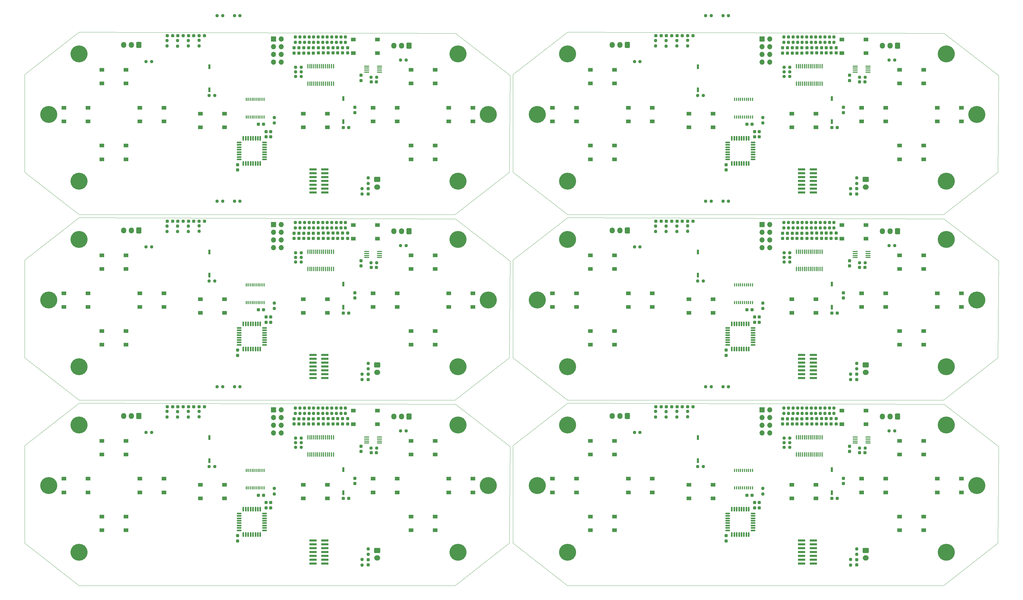
<source format=gbr>
%TF.GenerationSoftware,KiCad,Pcbnew,7.0.6-7.0.6~ubuntu20.04.1*%
%TF.CreationDate,2023-07-11T09:09:46+02:00*%
%TF.ProjectId,output_panel2023-07-11_070926.4017960000,6f757470-7574-45f7-9061-6e656c323032,rev?*%
%TF.SameCoordinates,Original*%
%TF.FileFunction,Soldermask,Top*%
%TF.FilePolarity,Negative*%
%FSLAX45Y45*%
G04 Gerber Fmt 4.5, Leading zero omitted, Abs format (unit mm)*
G04 Created by KiCad (PCBNEW 7.0.6-7.0.6~ubuntu20.04.1) date 2023-07-11 09:09:46*
%MOMM*%
%LPD*%
G01*
G04 APERTURE LIST*
G04 Aperture macros list*
%AMRoundRect*
0 Rectangle with rounded corners*
0 $1 Rounding radius*
0 $2 $3 $4 $5 $6 $7 $8 $9 X,Y pos of 4 corners*
0 Add a 4 corners polygon primitive as box body*
4,1,4,$2,$3,$4,$5,$6,$7,$8,$9,$2,$3,0*
0 Add four circle primitives for the rounded corners*
1,1,$1+$1,$2,$3*
1,1,$1+$1,$4,$5*
1,1,$1+$1,$6,$7*
1,1,$1+$1,$8,$9*
0 Add four rect primitives between the rounded corners*
20,1,$1+$1,$2,$3,$4,$5,0*
20,1,$1+$1,$4,$5,$6,$7,0*
20,1,$1+$1,$6,$7,$8,$9,0*
20,1,$1+$1,$8,$9,$2,$3,0*%
G04 Aperture macros list end*
%TA.AperFunction,Profile*%
%ADD10C,0.100000*%
%TD*%
%ADD11R,0.400000X1.000000*%
%ADD12RoundRect,0.237500X0.237500X-0.250000X0.237500X0.250000X-0.237500X0.250000X-0.237500X-0.250000X0*%
%ADD13RoundRect,0.237500X0.237500X-0.300000X0.237500X0.300000X-0.237500X0.300000X-0.237500X-0.300000X0*%
%ADD14R,1.550000X1.300000*%
%ADD15C,5.600000*%
%ADD16RoundRect,0.237500X-0.250000X-0.237500X0.250000X-0.237500X0.250000X0.237500X-0.250000X0.237500X0*%
%ADD17RoundRect,0.237500X0.250000X0.237500X-0.250000X0.237500X-0.250000X-0.237500X0.250000X-0.237500X0*%
%ADD18R,0.760000X1.600000*%
%ADD19RoundRect,0.237500X-0.237500X0.287500X-0.237500X-0.287500X0.237500X-0.287500X0.237500X0.287500X0*%
%ADD20RoundRect,0.250000X0.600000X0.725000X-0.600000X0.725000X-0.600000X-0.725000X0.600000X-0.725000X0*%
%ADD21O,1.700000X1.950000*%
%ADD22RoundRect,0.237500X-0.287500X-0.237500X0.287500X-0.237500X0.287500X0.237500X-0.287500X0.237500X0*%
%ADD23RoundRect,0.237500X-0.237500X0.300000X-0.237500X-0.300000X0.237500X-0.300000X0.237500X0.300000X0*%
%ADD24RoundRect,0.237500X-0.237500X0.250000X-0.237500X-0.250000X0.237500X-0.250000X0.237500X0.250000X0*%
%ADD25R,1.700000X1.700000*%
%ADD26O,1.700000X1.700000*%
%ADD27RoundRect,0.100000X0.100000X-0.637500X0.100000X0.637500X-0.100000X0.637500X-0.100000X-0.637500X0*%
%ADD28RoundRect,0.237500X0.300000X0.237500X-0.300000X0.237500X-0.300000X-0.237500X0.300000X-0.237500X0*%
%ADD29RoundRect,0.237500X-0.300000X-0.237500X0.300000X-0.237500X0.300000X0.237500X-0.300000X0.237500X0*%
%ADD30RoundRect,0.125000X0.125000X-0.625000X0.125000X0.625000X-0.125000X0.625000X-0.125000X-0.625000X0*%
%ADD31RoundRect,0.125000X0.625000X-0.125000X0.625000X0.125000X-0.625000X0.125000X-0.625000X-0.125000X0*%
%ADD32RoundRect,0.100000X-0.712500X-0.100000X0.712500X-0.100000X0.712500X0.100000X-0.712500X0.100000X0*%
%ADD33R,2.400000X0.740000*%
%ADD34RoundRect,0.250000X-0.750000X0.600000X-0.750000X-0.600000X0.750000X-0.600000X0.750000X0.600000X0*%
%ADD35O,2.000000X1.700000*%
G04 APERTURE END LIST*
D10*
X30389999Y-6209999D02*
X32189999Y-7599999D01*
X1850000Y-12289999D02*
X14270000Y-12329999D01*
X16050000Y-4670000D02*
X14250000Y-6070000D01*
X14250000Y-12189999D02*
X1850000Y-12189999D01*
X17969999Y-6169999D02*
X30389999Y-6209999D01*
X32189999Y-7599999D02*
X32169999Y-10789999D01*
X16169999Y-1450000D02*
X17969999Y-50000D01*
X17969999Y-18309999D02*
X16169999Y-16909999D01*
X1850000Y-12189999D02*
X50000Y-10789999D01*
X50000Y-16909999D02*
X50000Y-13689999D01*
X14270000Y-6209999D02*
X16070000Y-7599999D01*
X1850000Y-50000D02*
X14270000Y-90000D01*
X32189999Y-13719999D02*
X32169999Y-16909999D01*
X32169999Y-10789999D02*
X30369999Y-12189999D01*
X50000Y-1450000D02*
X1850000Y-50000D01*
X32169999Y-16909999D02*
X30369999Y-18309999D01*
X16169999Y-10789999D02*
X16169999Y-7569999D01*
X16070000Y-7599999D02*
X16050000Y-10789999D01*
X32169999Y-4670000D02*
X30369999Y-6070000D01*
X17969999Y-12289999D02*
X30389999Y-12329999D01*
X50000Y-7569999D02*
X1850000Y-6169999D01*
X16070000Y-13719999D02*
X16050000Y-16909999D01*
X30369999Y-18309999D02*
X17969999Y-18309999D01*
X14270000Y-90000D02*
X16070000Y-1480000D01*
X50000Y-10789999D02*
X50000Y-7569999D01*
X30369999Y-12189999D02*
X17969999Y-12189999D01*
X17969999Y-6070000D02*
X16169999Y-4670000D01*
X16050000Y-16909999D02*
X14250000Y-18309999D01*
X50000Y-4670000D02*
X50000Y-1450000D01*
X30389999Y-12329999D02*
X32189999Y-13719999D01*
X1850000Y-6169999D02*
X14270000Y-6209999D01*
X16050000Y-10789999D02*
X14250000Y-12189999D01*
X50000Y-13689999D02*
X1850000Y-12289999D01*
X14270000Y-12329999D02*
X16070000Y-13719999D01*
X30369999Y-6070000D02*
X17969999Y-6070000D01*
X1850000Y-6070000D02*
X50000Y-4670000D01*
X30389999Y-90000D02*
X32189999Y-1480000D01*
X32189999Y-1480000D02*
X32169999Y-4670000D01*
X1850000Y-18309999D02*
X50000Y-16909999D01*
X16169999Y-16909999D02*
X16169999Y-13689999D01*
X14250000Y-18309999D02*
X1850000Y-18309999D01*
X16169999Y-7569999D02*
X17969999Y-6169999D01*
X17969999Y-12189999D02*
X16169999Y-10789999D01*
X17969999Y-50000D02*
X30389999Y-90000D01*
X16169999Y-13689999D02*
X17969999Y-12289999D01*
X16070000Y-1480000D02*
X16050000Y-4670000D01*
X16169999Y-4670000D02*
X16169999Y-1450000D01*
X14250000Y-6070000D02*
X1850000Y-6070000D01*
D11*
X23484999Y-15089999D03*
X23549999Y-15089999D03*
X23614999Y-15089999D03*
X23679999Y-15089999D03*
X23744999Y-15089999D03*
X23809999Y-15089999D03*
X23874999Y-15089999D03*
X23939999Y-15089999D03*
X24004999Y-15089999D03*
X24069999Y-15089999D03*
X24069999Y-14509999D03*
X24004999Y-14509999D03*
X23939999Y-14509999D03*
X23874999Y-14509999D03*
X23809999Y-14509999D03*
X23744999Y-14509999D03*
X23679999Y-14509999D03*
X23614999Y-14509999D03*
X23549999Y-14509999D03*
X23484999Y-14509999D03*
D12*
X10040000Y-12632499D03*
X10040000Y-12449999D03*
D13*
X23200199Y-16835649D03*
X23200199Y-16663149D03*
D14*
X14052500Y-14784999D03*
X14847500Y-14784999D03*
X14052500Y-15234999D03*
X14847500Y-15234999D03*
D15*
X1850000Y-4970000D03*
D16*
X20178749Y-7139999D03*
X20361249Y-7139999D03*
D17*
X9178050Y-1359800D03*
X8995550Y-1359800D03*
D18*
X26686999Y-15247999D03*
X26686999Y-14485999D03*
D16*
X27604749Y-1537600D03*
X27787249Y-1537600D03*
X11484750Y-1537600D03*
X11667250Y-1537600D03*
D19*
X9262500Y-565000D03*
X9262500Y-740000D03*
D12*
X25259999Y-12632499D03*
X25259999Y-12449999D03*
D20*
X28860399Y-12736199D03*
D21*
X28610399Y-12736199D03*
X28360399Y-12736199D03*
D15*
X17969999Y-17209999D03*
D14*
X28922499Y-3795000D03*
X29717499Y-3795000D03*
X28922499Y-4245000D03*
X29717499Y-4245000D03*
D12*
X9290000Y-6512499D03*
X9290000Y-6329999D03*
D19*
X9422500Y-12804999D03*
X9422500Y-12979999D03*
D22*
X5112500Y-170000D03*
X5287500Y-170000D03*
D15*
X14350000Y-17209999D03*
D14*
X18722499Y-9914999D03*
X19517499Y-9914999D03*
X18722499Y-10364999D03*
X19517499Y-10364999D03*
D23*
X24139999Y-3330950D03*
X24139999Y-3503450D03*
D16*
X6407500Y-11749999D03*
X6590000Y-11749999D03*
D14*
X17472499Y-2545000D03*
X18267499Y-2545000D03*
X17472499Y-2995000D03*
X18267499Y-2995000D03*
D15*
X15350000Y-15009999D03*
D19*
X10547500Y-12802499D03*
X10547500Y-12977499D03*
D15*
X14350000Y-4970000D03*
D16*
X22263749Y-8259999D03*
X22446249Y-8259999D03*
D20*
X28860399Y-6616199D03*
D21*
X28610399Y-6616199D03*
X28360399Y-6616199D03*
D24*
X4752500Y-12566249D03*
X4752500Y-12748749D03*
D18*
X22269999Y-1951000D03*
X22269999Y-1189000D03*
D12*
X26309999Y-6512499D03*
X26309999Y-6329999D03*
D15*
X1850000Y-17209999D03*
D19*
X10710000Y-12802499D03*
X10710000Y-12977499D03*
D15*
X30469999Y-6889999D03*
D22*
X4762500Y-6289999D03*
X4937500Y-6289999D03*
D12*
X9740000Y-6512499D03*
X9740000Y-6329999D03*
D19*
X25864999Y-563750D03*
X25864999Y-738750D03*
D22*
X21232499Y-170000D03*
X21407499Y-170000D03*
D15*
X30469999Y-17209999D03*
D14*
X5852500Y-14984999D03*
X6647500Y-14984999D03*
X5852500Y-15434999D03*
X6647500Y-15434999D03*
D22*
X21232499Y-6289999D03*
X21407499Y-6289999D03*
D14*
X10902500Y-295000D03*
X11697500Y-295000D03*
X10902500Y-745000D03*
X11697500Y-745000D03*
D16*
X25115549Y-13752199D03*
X25298049Y-13752199D03*
D24*
X11390000Y-10978749D03*
X11390000Y-11161249D03*
D15*
X17969999Y-11089999D03*
D19*
X9745000Y-12803749D03*
X9745000Y-12978749D03*
D15*
X14350000Y-11089999D03*
D14*
X2602500Y-1295000D03*
X3397500Y-1295000D03*
X2602500Y-1745000D03*
X3397500Y-1745000D03*
D12*
X25709999Y-392500D03*
X25709999Y-210000D03*
X9890000Y-6512499D03*
X9890000Y-6329999D03*
D25*
X8270000Y-6395999D03*
D26*
X8524000Y-6395999D03*
X8270000Y-6649999D03*
X8524000Y-6649999D03*
X8270000Y-6903999D03*
X8524000Y-6903999D03*
X8270000Y-7157999D03*
X8524000Y-7157999D03*
D12*
X10190000Y-6512499D03*
X10190000Y-6329999D03*
X9590000Y-392500D03*
X9590000Y-210000D03*
D15*
X15350000Y-8889999D03*
D12*
X10490000Y-6512499D03*
X10490000Y-6329999D03*
D23*
X24292399Y-9450949D03*
X24292399Y-9623449D03*
D16*
X11484750Y-7657599D03*
X11667250Y-7657599D03*
D27*
X9400900Y-13987649D03*
X9465900Y-13987649D03*
X9530900Y-13987649D03*
X9595900Y-13987649D03*
X9660900Y-13987649D03*
X9725900Y-13987649D03*
X9790900Y-13987649D03*
X9855900Y-13987649D03*
X9920900Y-13987649D03*
X9985900Y-13987649D03*
X10050900Y-13987649D03*
X10115900Y-13987649D03*
X10180900Y-13987649D03*
X10245900Y-13987649D03*
X10245900Y-13415149D03*
X10180900Y-13415149D03*
X10115900Y-13415149D03*
X10050900Y-13415149D03*
X9985900Y-13415149D03*
X9920900Y-13415149D03*
X9855900Y-13415149D03*
X9790900Y-13415149D03*
X9725900Y-13415149D03*
X9660900Y-13415149D03*
X9595900Y-13415149D03*
X9530900Y-13415149D03*
X9465900Y-13415149D03*
X9400900Y-13415149D03*
D15*
X16969999Y-8889999D03*
D19*
X10227500Y-562500D03*
X10227500Y-737500D03*
D23*
X11390000Y-5217500D03*
X11390000Y-5390000D03*
D12*
X9740000Y-392500D03*
X9740000Y-210000D03*
D23*
X10949500Y-14771999D03*
X10949500Y-14944499D03*
D16*
X6143750Y-2140000D03*
X6326250Y-2140000D03*
D14*
X30172499Y-8664999D03*
X30967499Y-8664999D03*
X30172499Y-9114999D03*
X30967499Y-9114999D03*
D25*
X24389999Y-12515999D03*
D26*
X24643999Y-12515999D03*
X24389999Y-12769999D03*
X24643999Y-12769999D03*
X24389999Y-13023999D03*
X24643999Y-13023999D03*
X24389999Y-13277999D03*
X24643999Y-13277999D03*
D15*
X14350000Y-13009999D03*
D22*
X5462500Y-6289999D03*
X5637500Y-6289999D03*
D24*
X21222499Y-328750D03*
X21222499Y-511250D03*
D20*
X19944999Y-12712499D03*
D21*
X19694999Y-12712499D03*
X19444999Y-12712499D03*
D23*
X24292399Y-15570949D03*
X24292399Y-15743449D03*
D12*
X9590000Y-12632499D03*
X9590000Y-12449999D03*
D15*
X14350000Y-770000D03*
D28*
X24056249Y-3090000D03*
X23883749Y-3090000D03*
D25*
X24389999Y-6395999D03*
D26*
X24643999Y-6395999D03*
X24389999Y-6649999D03*
X24643999Y-6649999D03*
X24389999Y-6903999D03*
X24643999Y-6903999D03*
X24389999Y-7157999D03*
X24643999Y-7157999D03*
D23*
X8020000Y-3330950D03*
X8020000Y-3503450D03*
D24*
X5102500Y-328750D03*
X5102500Y-511250D03*
D14*
X5852500Y-2745000D03*
X6647500Y-2745000D03*
X5852500Y-3195000D03*
X6647500Y-3195000D03*
D23*
X8020000Y-9450949D03*
X8020000Y-9623449D03*
D19*
X9582500Y-565000D03*
X9582500Y-740000D03*
X9102500Y-565000D03*
X9102500Y-740000D03*
D14*
X11552500Y-8664999D03*
X12347500Y-8664999D03*
X11552500Y-9114999D03*
X12347500Y-9114999D03*
D19*
X25542499Y-6684999D03*
X25542499Y-6859999D03*
D12*
X25259999Y-392500D03*
X25259999Y-210000D03*
D19*
X25222499Y-565000D03*
X25222499Y-740000D03*
D15*
X850000Y-2770000D03*
D18*
X6150000Y-14190999D03*
X6150000Y-13428999D03*
D14*
X2602500Y-7414999D03*
X3397500Y-7414999D03*
X2602500Y-7864999D03*
X3397500Y-7864999D03*
D16*
X25115549Y-1512200D03*
X25298049Y-1512200D03*
D19*
X26667499Y-12802499D03*
X26667499Y-12977499D03*
D12*
X26609999Y-392500D03*
X26609999Y-210000D03*
D24*
X21574999Y-12566249D03*
X21574999Y-12748749D03*
D19*
X25062499Y-565000D03*
X25062499Y-740000D03*
D16*
X20178749Y-1020000D03*
X20361249Y-1020000D03*
D19*
X10547500Y-6682499D03*
X10547500Y-6857499D03*
D12*
X26759999Y-12632499D03*
X26759999Y-12449999D03*
D19*
X9422500Y-6684999D03*
X9422500Y-6859999D03*
D14*
X19972499Y-8664999D03*
X20767499Y-8664999D03*
X19972499Y-9114999D03*
X20767499Y-9114999D03*
D24*
X11190000Y-11332499D03*
X11190000Y-11514999D03*
D23*
X27509999Y-17457499D03*
X27509999Y-17629999D03*
D19*
X25382499Y-565000D03*
X25382499Y-740000D03*
D27*
X9400900Y-7867649D03*
X9465900Y-7867649D03*
X9530900Y-7867649D03*
X9595900Y-7867649D03*
X9660900Y-7867649D03*
X9725900Y-7867649D03*
X9790900Y-7867649D03*
X9855900Y-7867649D03*
X9920900Y-7867649D03*
X9985900Y-7867649D03*
X10050900Y-7867649D03*
X10115900Y-7867649D03*
X10180900Y-7867649D03*
X10245900Y-7867649D03*
X10245900Y-7295149D03*
X10180900Y-7295149D03*
X10115900Y-7295149D03*
X10050900Y-7295149D03*
X9985900Y-7295149D03*
X9920900Y-7295149D03*
X9855900Y-7295149D03*
X9790900Y-7295149D03*
X9725900Y-7295149D03*
X9660900Y-7295149D03*
X9595900Y-7295149D03*
X9530900Y-7295149D03*
X9465900Y-7295149D03*
X9400900Y-7295149D03*
D22*
X27608499Y-13929999D03*
X27783499Y-13929999D03*
D15*
X30469999Y-770000D03*
D16*
X6978750Y-11749999D03*
X7161250Y-11749999D03*
D19*
X26829999Y-12802499D03*
X26829999Y-12977499D03*
D24*
X5810000Y-6441249D03*
X5810000Y-6623749D03*
D15*
X31469999Y-8889999D03*
D29*
X10573250Y-15436999D03*
X10745750Y-15436999D03*
D12*
X25259999Y-6512499D03*
X25259999Y-6329999D03*
X26159999Y-392500D03*
X26159999Y-210000D03*
D19*
X10387500Y-6682499D03*
X10387500Y-6857499D03*
D11*
X23484999Y-8969999D03*
X23549999Y-8969999D03*
X23614999Y-8969999D03*
X23679999Y-8969999D03*
X23744999Y-8969999D03*
X23809999Y-8969999D03*
X23874999Y-8969999D03*
X23939999Y-8969999D03*
X24004999Y-8969999D03*
X24069999Y-8969999D03*
X24069999Y-8389999D03*
X24004999Y-8389999D03*
X23939999Y-8389999D03*
X23874999Y-8389999D03*
X23809999Y-8389999D03*
X23744999Y-8389999D03*
X23679999Y-8389999D03*
X23614999Y-8389999D03*
X23549999Y-8389999D03*
X23484999Y-8389999D03*
D12*
X25859999Y-12632499D03*
X25859999Y-12449999D03*
D19*
X8942500Y-12804999D03*
X8942500Y-12979999D03*
D24*
X5455000Y-6446249D03*
X5455000Y-6628749D03*
D18*
X10567000Y-9127999D03*
X10567000Y-8365999D03*
D30*
X7270000Y-16627499D03*
X7350000Y-16627499D03*
X7430000Y-16627499D03*
X7510000Y-16627499D03*
X7590000Y-16627499D03*
X7670000Y-16627499D03*
X7750000Y-16627499D03*
X7830000Y-16627499D03*
D31*
X7967500Y-16489999D03*
X7967500Y-16409999D03*
X7967500Y-16329999D03*
X7967500Y-16249999D03*
X7967500Y-16169999D03*
X7967500Y-16089999D03*
X7967500Y-16009999D03*
X7967500Y-15929999D03*
D30*
X7830000Y-15792499D03*
X7750000Y-15792499D03*
X7670000Y-15792499D03*
X7590000Y-15792499D03*
X7510000Y-15792499D03*
X7430000Y-15792499D03*
X7350000Y-15792499D03*
X7270000Y-15792499D03*
D31*
X7132500Y-15929999D03*
X7132500Y-16009999D03*
X7132500Y-16089999D03*
X7132500Y-16169999D03*
X7132500Y-16249999D03*
X7132500Y-16329999D03*
X7132500Y-16409999D03*
X7132500Y-16489999D03*
D12*
X9890000Y-12632499D03*
X9890000Y-12449999D03*
D24*
X27309999Y-17452499D03*
X27309999Y-17634999D03*
D23*
X27274999Y-1473750D03*
X27274999Y-1646250D03*
D19*
X9262500Y-12804999D03*
X9262500Y-12979999D03*
D12*
X25409999Y-392500D03*
X25409999Y-210000D03*
X26009999Y-392500D03*
X26009999Y-210000D03*
D15*
X31469999Y-15009999D03*
D19*
X26347499Y-12802499D03*
X26347499Y-12977499D03*
D28*
X7936250Y-9209999D03*
X7763750Y-9209999D03*
D14*
X27022499Y-6414999D03*
X27817499Y-6414999D03*
X27022499Y-6864999D03*
X27817499Y-6864999D03*
X27672499Y-14784999D03*
X28467499Y-14784999D03*
X27672499Y-15234999D03*
X28467499Y-15234999D03*
D16*
X6143750Y-14379999D03*
X6326250Y-14379999D03*
D12*
X26459999Y-392500D03*
X26459999Y-210000D03*
X10040000Y-6512499D03*
X10040000Y-6329999D03*
D27*
X25520899Y-7867649D03*
X25585899Y-7867649D03*
X25650899Y-7867649D03*
X25715899Y-7867649D03*
X25780899Y-7867649D03*
X25845899Y-7867649D03*
X25910899Y-7867649D03*
X25975899Y-7867649D03*
X26040899Y-7867649D03*
X26105899Y-7867649D03*
X26170899Y-7867649D03*
X26235899Y-7867649D03*
X26300899Y-7867649D03*
X26365899Y-7867649D03*
X26365899Y-7295149D03*
X26300899Y-7295149D03*
X26235899Y-7295149D03*
X26170899Y-7295149D03*
X26105899Y-7295149D03*
X26040899Y-7295149D03*
X25975899Y-7295149D03*
X25910899Y-7295149D03*
X25845899Y-7295149D03*
X25780899Y-7295149D03*
X25715899Y-7295149D03*
X25650899Y-7295149D03*
X25585899Y-7295149D03*
X25520899Y-7295149D03*
D19*
X25222499Y-12804999D03*
X25222499Y-12979999D03*
D29*
X10573250Y-3197000D03*
X10745750Y-3197000D03*
D14*
X3852500Y-14784999D03*
X4647500Y-14784999D03*
X3852500Y-15234999D03*
X4647500Y-15234999D03*
D19*
X25864999Y-12803749D03*
X25864999Y-12978749D03*
D12*
X25109999Y-12632499D03*
X25109999Y-12449999D03*
D13*
X7080200Y-10715649D03*
X7080200Y-10543149D03*
D22*
X21932499Y-170000D03*
X22107499Y-170000D03*
D30*
X23389999Y-4387500D03*
X23469999Y-4387500D03*
X23549999Y-4387500D03*
X23629999Y-4387500D03*
X23709999Y-4387500D03*
X23789999Y-4387500D03*
X23869999Y-4387500D03*
X23949999Y-4387500D03*
D31*
X24087499Y-4250000D03*
X24087499Y-4170000D03*
X24087499Y-4090000D03*
X24087499Y-4010000D03*
X24087499Y-3930000D03*
X24087499Y-3850000D03*
X24087499Y-3770000D03*
X24087499Y-3690000D03*
D30*
X23949999Y-3552500D03*
X23869999Y-3552500D03*
X23789999Y-3552500D03*
X23709999Y-3552500D03*
X23629999Y-3552500D03*
X23549999Y-3552500D03*
X23469999Y-3552500D03*
X23389999Y-3552500D03*
D31*
X23252499Y-3690000D03*
X23252499Y-3770000D03*
X23252499Y-3850000D03*
X23252499Y-3930000D03*
X23252499Y-4010000D03*
X23252499Y-4090000D03*
X23252499Y-4170000D03*
X23252499Y-4250000D03*
D11*
X7365000Y-2850000D03*
X7430000Y-2850000D03*
X7495000Y-2850000D03*
X7560000Y-2850000D03*
X7625000Y-2850000D03*
X7690000Y-2850000D03*
X7755000Y-2850000D03*
X7820000Y-2850000D03*
X7885000Y-2850000D03*
X7950000Y-2850000D03*
X7950000Y-2270000D03*
X7885000Y-2270000D03*
X7820000Y-2270000D03*
X7755000Y-2270000D03*
X7690000Y-2270000D03*
X7625000Y-2270000D03*
X7560000Y-2270000D03*
X7495000Y-2270000D03*
X7430000Y-2270000D03*
X7365000Y-2270000D03*
D12*
X25559999Y-392500D03*
X25559999Y-210000D03*
D19*
X25062499Y-6684999D03*
X25062499Y-6859999D03*
D12*
X24409999Y-15289999D03*
X24409999Y-15107499D03*
D19*
X25702499Y-12804999D03*
X25702499Y-12979999D03*
D17*
X25298049Y-13447399D03*
X25115549Y-13447399D03*
D24*
X21222499Y-12568749D03*
X21222499Y-12751249D03*
D23*
X27509999Y-5217500D03*
X27509999Y-5390000D03*
D22*
X11488500Y-13929999D03*
X11663500Y-13929999D03*
D24*
X20872499Y-12566249D03*
X20872499Y-12748749D03*
D23*
X11390000Y-17457499D03*
X11390000Y-17629999D03*
D14*
X27022499Y-12534999D03*
X27817499Y-12534999D03*
X27022499Y-12984999D03*
X27817499Y-12984999D03*
D15*
X30469999Y-4970000D03*
D19*
X9422500Y-565000D03*
X9422500Y-740000D03*
D23*
X24139999Y-9450949D03*
X24139999Y-9623449D03*
D12*
X9890000Y-392500D03*
X9890000Y-210000D03*
X25859999Y-6512499D03*
X25859999Y-6329999D03*
D14*
X2602500Y-16034999D03*
X3397500Y-16034999D03*
X2602500Y-16484999D03*
X3397500Y-16484999D03*
D32*
X27458749Y-1172500D03*
X27458749Y-1237500D03*
X27458749Y-1302500D03*
X27458749Y-1367500D03*
X27881249Y-1367500D03*
X27881249Y-1302500D03*
X27881249Y-1237500D03*
X27881249Y-1172500D03*
D12*
X10640000Y-392500D03*
X10640000Y-210000D03*
D16*
X27604749Y-7657599D03*
X27787249Y-7657599D03*
D23*
X8172400Y-3330950D03*
X8172400Y-3503450D03*
D16*
X23098749Y-5629999D03*
X23281249Y-5629999D03*
D12*
X10640000Y-12632499D03*
X10640000Y-12449999D03*
D27*
X25520899Y-1747650D03*
X25585899Y-1747650D03*
X25650899Y-1747650D03*
X25715899Y-1747650D03*
X25780899Y-1747650D03*
X25845899Y-1747650D03*
X25910899Y-1747650D03*
X25975899Y-1747650D03*
X26040899Y-1747650D03*
X26105899Y-1747650D03*
X26170899Y-1747650D03*
X26235899Y-1747650D03*
X26300899Y-1747650D03*
X26365899Y-1747650D03*
X26365899Y-1175150D03*
X26300899Y-1175150D03*
X26235899Y-1175150D03*
X26170899Y-1175150D03*
X26105899Y-1175150D03*
X26040899Y-1175150D03*
X25975899Y-1175150D03*
X25910899Y-1175150D03*
X25845899Y-1175150D03*
X25780899Y-1175150D03*
X25715899Y-1175150D03*
X25650899Y-1175150D03*
X25585899Y-1175150D03*
X25520899Y-1175150D03*
D12*
X25109999Y-392500D03*
X25109999Y-210000D03*
D16*
X11484750Y-13777599D03*
X11667250Y-13777599D03*
D22*
X21582499Y-6289999D03*
X21757499Y-6289999D03*
D24*
X21574999Y-6446249D03*
X21574999Y-6628749D03*
D14*
X28922499Y-1295000D03*
X29717499Y-1295000D03*
X28922499Y-1745000D03*
X29717499Y-1745000D03*
D15*
X14350000Y-6889999D03*
D24*
X21574999Y-326250D03*
X21574999Y-508750D03*
D16*
X27604749Y-13777599D03*
X27787249Y-13777599D03*
D23*
X27069499Y-2532000D03*
X27069499Y-2704500D03*
D14*
X1352500Y-14784999D03*
X2147500Y-14784999D03*
X1352500Y-15234999D03*
X2147500Y-15234999D03*
D16*
X4058750Y-1020000D03*
X4241250Y-1020000D03*
D22*
X20882499Y-170000D03*
X21057499Y-170000D03*
D27*
X9400900Y-1747650D03*
X9465900Y-1747650D03*
X9530900Y-1747650D03*
X9595900Y-1747650D03*
X9660900Y-1747650D03*
X9725900Y-1747650D03*
X9790900Y-1747650D03*
X9855900Y-1747650D03*
X9920900Y-1747650D03*
X9985900Y-1747650D03*
X10050900Y-1747650D03*
X10115900Y-1747650D03*
X10180900Y-1747650D03*
X10245900Y-1747650D03*
X10245900Y-1175150D03*
X10180900Y-1175150D03*
X10115900Y-1175150D03*
X10050900Y-1175150D03*
X9985900Y-1175150D03*
X9920900Y-1175150D03*
X9855900Y-1175150D03*
X9790900Y-1175150D03*
X9725900Y-1175150D03*
X9660900Y-1175150D03*
X9595900Y-1175150D03*
X9530900Y-1175150D03*
X9465900Y-1175150D03*
X9400900Y-1175150D03*
D19*
X9907500Y-6682499D03*
X9907500Y-6857499D03*
D23*
X27274999Y-13713749D03*
X27274999Y-13886249D03*
D11*
X7365000Y-15089999D03*
X7430000Y-15089999D03*
X7495000Y-15089999D03*
X7560000Y-15089999D03*
X7625000Y-15089999D03*
X7690000Y-15089999D03*
X7755000Y-15089999D03*
X7820000Y-15089999D03*
X7885000Y-15089999D03*
X7950000Y-15089999D03*
X7950000Y-14509999D03*
X7885000Y-14509999D03*
X7820000Y-14509999D03*
X7755000Y-14509999D03*
X7690000Y-14509999D03*
X7625000Y-14509999D03*
X7560000Y-14509999D03*
X7495000Y-14509999D03*
X7430000Y-14509999D03*
X7365000Y-14509999D03*
D14*
X11552500Y-14784999D03*
X12347500Y-14784999D03*
X11552500Y-15234999D03*
X12347500Y-15234999D03*
D16*
X4058750Y-7139999D03*
X4241250Y-7139999D03*
D19*
X26347499Y-562500D03*
X26347499Y-737500D03*
X26667499Y-562500D03*
X26667499Y-737500D03*
D17*
X9178050Y-7479799D03*
X8995550Y-7479799D03*
X25298049Y-7479799D03*
X25115549Y-7479799D03*
D29*
X26693249Y-3197000D03*
X26865749Y-3197000D03*
D33*
X25687499Y-16822999D03*
X26077499Y-16822999D03*
X25687499Y-16949999D03*
X26077499Y-16949999D03*
X25687499Y-17076999D03*
X26077499Y-17076999D03*
X25687499Y-17203999D03*
X26077499Y-17203999D03*
X25687499Y-17330999D03*
X26077499Y-17330999D03*
X25687499Y-17457999D03*
X26077499Y-17457999D03*
X25687499Y-17584999D03*
X26077499Y-17584999D03*
D19*
X26507499Y-6682499D03*
X26507499Y-6857499D03*
D12*
X10340000Y-392500D03*
X10340000Y-210000D03*
D17*
X9178050Y-7327399D03*
X8995550Y-7327399D03*
D15*
X850000Y-8889999D03*
D13*
X7080200Y-4595650D03*
X7080200Y-4423150D03*
D12*
X10490000Y-12632499D03*
X10490000Y-12449999D03*
D14*
X9252500Y-2745000D03*
X10047500Y-2745000D03*
X9252500Y-3195000D03*
X10047500Y-3195000D03*
X28922499Y-13534999D03*
X29717499Y-13534999D03*
X28922499Y-13984999D03*
X29717499Y-13984999D03*
D16*
X4058750Y-13259999D03*
X4241250Y-13259999D03*
X6978750Y-5629999D03*
X7161250Y-5629999D03*
D14*
X17472499Y-8664999D03*
X18267499Y-8664999D03*
X17472499Y-9114999D03*
X18267499Y-9114999D03*
D16*
X22263749Y-14379999D03*
X22446249Y-14379999D03*
D23*
X27069499Y-8651999D03*
X27069499Y-8824499D03*
D15*
X1850000Y-6889999D03*
D19*
X10067500Y-562500D03*
X10067500Y-737500D03*
D12*
X10340000Y-12632499D03*
X10340000Y-12449999D03*
D22*
X21232499Y-12409999D03*
X21407499Y-12409999D03*
X21582499Y-12409999D03*
X21757499Y-12409999D03*
D19*
X25222499Y-6684999D03*
X25222499Y-6859999D03*
D18*
X6150000Y-1951000D03*
X6150000Y-1189000D03*
D12*
X8290000Y-15289999D03*
X8290000Y-15107499D03*
D16*
X8995550Y-7632199D03*
X9178050Y-7632199D03*
D12*
X25409999Y-12632499D03*
X25409999Y-12449999D03*
D24*
X11390000Y-4858750D03*
X11390000Y-5041250D03*
D18*
X6150000Y-8070999D03*
X6150000Y-7308999D03*
D19*
X26829999Y-6682499D03*
X26829999Y-6857499D03*
D12*
X25409999Y-6512499D03*
X25409999Y-6329999D03*
D32*
X27458749Y-7292499D03*
X27458749Y-7357499D03*
X27458749Y-7422499D03*
X27458749Y-7487499D03*
X27881249Y-7487499D03*
X27881249Y-7422499D03*
X27881249Y-7357499D03*
X27881249Y-7292499D03*
D33*
X25687499Y-10702999D03*
X26077499Y-10702999D03*
X25687499Y-10829999D03*
X26077499Y-10829999D03*
X25687499Y-10956999D03*
X26077499Y-10956999D03*
X25687499Y-11083999D03*
X26077499Y-11083999D03*
X25687499Y-11210999D03*
X26077499Y-11210999D03*
X25687499Y-11337999D03*
X26077499Y-11337999D03*
X25687499Y-11464999D03*
X26077499Y-11464999D03*
D12*
X26609999Y-12632499D03*
X26609999Y-12449999D03*
D19*
X10710000Y-6682499D03*
X10710000Y-6857499D03*
D22*
X21932499Y-6289999D03*
X22107499Y-6289999D03*
D16*
X22527499Y-5629999D03*
X22709999Y-5629999D03*
D22*
X5812500Y-6289999D03*
X5987500Y-6289999D03*
D24*
X5455000Y-326250D03*
X5455000Y-508750D03*
D14*
X1352500Y-2545000D03*
X2147500Y-2545000D03*
X1352500Y-2995000D03*
X2147500Y-2995000D03*
D19*
X8942500Y-565000D03*
X8942500Y-740000D03*
D12*
X25559999Y-6512499D03*
X25559999Y-6329999D03*
D14*
X3852500Y-2545000D03*
X4647500Y-2545000D03*
X3852500Y-2995000D03*
X4647500Y-2995000D03*
D20*
X3825000Y-472500D03*
D21*
X3575000Y-472500D03*
X3325000Y-472500D03*
D19*
X9907500Y-12802499D03*
X9907500Y-12977499D03*
D14*
X2602500Y-9914999D03*
X3397500Y-9914999D03*
X2602500Y-10364999D03*
X3397500Y-10364999D03*
D19*
X26829999Y-562500D03*
X26829999Y-737500D03*
X10227500Y-6682499D03*
X10227500Y-6857499D03*
D20*
X19944999Y-472500D03*
D21*
X19694999Y-472500D03*
X19444999Y-472500D03*
D15*
X17969999Y-6889999D03*
X16969999Y-15009999D03*
D12*
X9290000Y-12632499D03*
X9290000Y-12449999D03*
D30*
X7270000Y-4387500D03*
X7350000Y-4387500D03*
X7430000Y-4387500D03*
X7510000Y-4387500D03*
X7590000Y-4387500D03*
X7670000Y-4387500D03*
X7750000Y-4387500D03*
X7830000Y-4387500D03*
D31*
X7967500Y-4250000D03*
X7967500Y-4170000D03*
X7967500Y-4090000D03*
X7967500Y-4010000D03*
X7967500Y-3930000D03*
X7967500Y-3850000D03*
X7967500Y-3770000D03*
X7967500Y-3690000D03*
D30*
X7830000Y-3552500D03*
X7750000Y-3552500D03*
X7670000Y-3552500D03*
X7590000Y-3552500D03*
X7510000Y-3552500D03*
X7430000Y-3552500D03*
X7350000Y-3552500D03*
X7270000Y-3552500D03*
D31*
X7132500Y-3690000D03*
X7132500Y-3770000D03*
X7132500Y-3850000D03*
X7132500Y-3930000D03*
X7132500Y-4010000D03*
X7132500Y-4090000D03*
X7132500Y-4170000D03*
X7132500Y-4250000D03*
D14*
X18722499Y-1295000D03*
X19517499Y-1295000D03*
X18722499Y-1745000D03*
X19517499Y-1745000D03*
D12*
X26009999Y-12632499D03*
X26009999Y-12449999D03*
D14*
X5852500Y-8864999D03*
X6647500Y-8864999D03*
X5852500Y-9314999D03*
X6647500Y-9314999D03*
D19*
X26187499Y-6682499D03*
X26187499Y-6857499D03*
D15*
X30469999Y-13009999D03*
D25*
X8270000Y-12515999D03*
D26*
X8524000Y-12515999D03*
X8270000Y-12769999D03*
X8524000Y-12769999D03*
X8270000Y-13023999D03*
X8524000Y-13023999D03*
X8270000Y-13277999D03*
X8524000Y-13277999D03*
D16*
X28578749Y-970000D03*
X28761249Y-970000D03*
D17*
X9178050Y-1207400D03*
X8995550Y-1207400D03*
D24*
X20872499Y-6446249D03*
X20872499Y-6628749D03*
D14*
X27672499Y-8664999D03*
X28467499Y-8664999D03*
X27672499Y-9114999D03*
X28467499Y-9114999D03*
D16*
X28578749Y-7089999D03*
X28761249Y-7089999D03*
D12*
X25859999Y-392500D03*
X25859999Y-210000D03*
D25*
X24389999Y-276000D03*
D26*
X24643999Y-276000D03*
X24389999Y-530000D03*
X24643999Y-530000D03*
X24389999Y-784000D03*
X24643999Y-784000D03*
X24389999Y-1038000D03*
X24643999Y-1038000D03*
D19*
X10387500Y-12802499D03*
X10387500Y-12977499D03*
D24*
X5810000Y-321250D03*
X5810000Y-503750D03*
D32*
X11338750Y-1172500D03*
X11338750Y-1237500D03*
X11338750Y-1302500D03*
X11338750Y-1367500D03*
X11761250Y-1367500D03*
X11761250Y-1302500D03*
X11761250Y-1237500D03*
X11761250Y-1172500D03*
D22*
X5462500Y-12409999D03*
X5637500Y-12409999D03*
D16*
X6143750Y-8259999D03*
X6326250Y-8259999D03*
D24*
X21929999Y-6441249D03*
X21929999Y-6623749D03*
D33*
X25687499Y-4583000D03*
X26077499Y-4583000D03*
X25687499Y-4710000D03*
X26077499Y-4710000D03*
X25687499Y-4837000D03*
X26077499Y-4837000D03*
X25687499Y-4964000D03*
X26077499Y-4964000D03*
X25687499Y-5091000D03*
X26077499Y-5091000D03*
X25687499Y-5218000D03*
X26077499Y-5218000D03*
X25687499Y-5345000D03*
X26077499Y-5345000D03*
D14*
X14052500Y-2545000D03*
X14847500Y-2545000D03*
X14052500Y-2995000D03*
X14847500Y-2995000D03*
D30*
X23389999Y-16627499D03*
X23469999Y-16627499D03*
X23549999Y-16627499D03*
X23629999Y-16627499D03*
X23709999Y-16627499D03*
X23789999Y-16627499D03*
X23869999Y-16627499D03*
X23949999Y-16627499D03*
D31*
X24087499Y-16489999D03*
X24087499Y-16409999D03*
X24087499Y-16329999D03*
X24087499Y-16249999D03*
X24087499Y-16169999D03*
X24087499Y-16089999D03*
X24087499Y-16009999D03*
X24087499Y-15929999D03*
D30*
X23949999Y-15792499D03*
X23869999Y-15792499D03*
X23789999Y-15792499D03*
X23709999Y-15792499D03*
X23629999Y-15792499D03*
X23549999Y-15792499D03*
X23469999Y-15792499D03*
X23389999Y-15792499D03*
D31*
X23252499Y-15929999D03*
X23252499Y-16009999D03*
X23252499Y-16089999D03*
X23252499Y-16169999D03*
X23252499Y-16249999D03*
X23252499Y-16329999D03*
X23252499Y-16409999D03*
X23252499Y-16489999D03*
D19*
X10710000Y-562500D03*
X10710000Y-737500D03*
D12*
X9140000Y-392500D03*
X9140000Y-210000D03*
D14*
X28922499Y-9914999D03*
X29717499Y-9914999D03*
X28922499Y-10364999D03*
X29717499Y-10364999D03*
D19*
X25542499Y-565000D03*
X25542499Y-740000D03*
D14*
X25372499Y-14984999D03*
X26167499Y-14984999D03*
X25372499Y-15434999D03*
X26167499Y-15434999D03*
D28*
X24056249Y-9209999D03*
X23883749Y-9209999D03*
D14*
X18722499Y-13534999D03*
X19517499Y-13534999D03*
X18722499Y-13984999D03*
X19517499Y-13984999D03*
D16*
X23098749Y-11749999D03*
X23281249Y-11749999D03*
D19*
X10227500Y-12802499D03*
X10227500Y-12977499D03*
D14*
X21972499Y-8864999D03*
X22767499Y-8864999D03*
X21972499Y-9314999D03*
X22767499Y-9314999D03*
D22*
X20882499Y-6289999D03*
X21057499Y-6289999D03*
D14*
X17472499Y-14784999D03*
X18267499Y-14784999D03*
X17472499Y-15234999D03*
X18267499Y-15234999D03*
D17*
X25298049Y-1207400D03*
X25115549Y-1207400D03*
D23*
X11155000Y-7593749D03*
X11155000Y-7766249D03*
D19*
X25382499Y-6684999D03*
X25382499Y-6859999D03*
D12*
X26459999Y-6512499D03*
X26459999Y-6329999D03*
X9440000Y-12632499D03*
X9440000Y-12449999D03*
D14*
X30172499Y-14784999D03*
X30967499Y-14784999D03*
X30172499Y-15234999D03*
X30967499Y-15234999D03*
D30*
X23389999Y-10507499D03*
X23469999Y-10507499D03*
X23549999Y-10507499D03*
X23629999Y-10507499D03*
X23709999Y-10507499D03*
X23789999Y-10507499D03*
X23869999Y-10507499D03*
X23949999Y-10507499D03*
D31*
X24087499Y-10369999D03*
X24087499Y-10289999D03*
X24087499Y-10209999D03*
X24087499Y-10129999D03*
X24087499Y-10049999D03*
X24087499Y-9969999D03*
X24087499Y-9889999D03*
X24087499Y-9809999D03*
D30*
X23949999Y-9672499D03*
X23869999Y-9672499D03*
X23789999Y-9672499D03*
X23709999Y-9672499D03*
X23629999Y-9672499D03*
X23549999Y-9672499D03*
X23469999Y-9672499D03*
X23389999Y-9672499D03*
D31*
X23252499Y-9809999D03*
X23252499Y-9889999D03*
X23252499Y-9969999D03*
X23252499Y-10049999D03*
X23252499Y-10129999D03*
X23252499Y-10209999D03*
X23252499Y-10289999D03*
X23252499Y-10369999D03*
D19*
X25702499Y-565000D03*
X25702499Y-740000D03*
D14*
X19972499Y-14784999D03*
X20767499Y-14784999D03*
X19972499Y-15234999D03*
X20767499Y-15234999D03*
D32*
X11338750Y-7292499D03*
X11338750Y-7357499D03*
X11338750Y-7422499D03*
X11338750Y-7487499D03*
X11761250Y-7487499D03*
X11761250Y-7422499D03*
X11761250Y-7357499D03*
X11761250Y-7292499D03*
D19*
X26507499Y-562500D03*
X26507499Y-737500D03*
D14*
X27672499Y-2545000D03*
X28467499Y-2545000D03*
X27672499Y-2995000D03*
X28467499Y-2995000D03*
D30*
X7270000Y-10507499D03*
X7350000Y-10507499D03*
X7430000Y-10507499D03*
X7510000Y-10507499D03*
X7590000Y-10507499D03*
X7670000Y-10507499D03*
X7750000Y-10507499D03*
X7830000Y-10507499D03*
D31*
X7967500Y-10369999D03*
X7967500Y-10289999D03*
X7967500Y-10209999D03*
X7967500Y-10129999D03*
X7967500Y-10049999D03*
X7967500Y-9969999D03*
X7967500Y-9889999D03*
X7967500Y-9809999D03*
D30*
X7830000Y-9672499D03*
X7750000Y-9672499D03*
X7670000Y-9672499D03*
X7590000Y-9672499D03*
X7510000Y-9672499D03*
X7430000Y-9672499D03*
X7350000Y-9672499D03*
X7270000Y-9672499D03*
D31*
X7132500Y-9809999D03*
X7132500Y-9889999D03*
X7132500Y-9969999D03*
X7132500Y-10049999D03*
X7132500Y-10129999D03*
X7132500Y-10209999D03*
X7132500Y-10289999D03*
X7132500Y-10369999D03*
D19*
X10387500Y-562500D03*
X10387500Y-737500D03*
D23*
X8020000Y-15570949D03*
X8020000Y-15743449D03*
D12*
X9140000Y-6512499D03*
X9140000Y-6329999D03*
D19*
X25542499Y-12804999D03*
X25542499Y-12979999D03*
X9102500Y-12804999D03*
X9102500Y-12979999D03*
X25382499Y-12804999D03*
X25382499Y-12979999D03*
X10067500Y-6682499D03*
X10067500Y-6857499D03*
D12*
X10340000Y-6512499D03*
X10340000Y-6329999D03*
D16*
X22527499Y-11749999D03*
X22709999Y-11749999D03*
X23098749Y490000D03*
X23281249Y490000D03*
D22*
X5112500Y-6289999D03*
X5287500Y-6289999D03*
D12*
X8290000Y-3050000D03*
X8290000Y-2867500D03*
D23*
X24139999Y-15570949D03*
X24139999Y-15743449D03*
D19*
X26187499Y-12802499D03*
X26187499Y-12977499D03*
D24*
X5102500Y-6448749D03*
X5102500Y-6631249D03*
D16*
X12458750Y-7089999D03*
X12641250Y-7089999D03*
D23*
X10949500Y-2532000D03*
X10949500Y-2704500D03*
D22*
X5812500Y-12409999D03*
X5987500Y-12409999D03*
D20*
X3825000Y-12712499D03*
D21*
X3575000Y-12712499D03*
X3325000Y-12712499D03*
D28*
X7936250Y-15329999D03*
X7763750Y-15329999D03*
D14*
X10902500Y-6414999D03*
X11697500Y-6414999D03*
X10902500Y-6864999D03*
X11697500Y-6864999D03*
D12*
X8290000Y-9169999D03*
X8290000Y-8987499D03*
D23*
X27274999Y-7593749D03*
X27274999Y-7766249D03*
D12*
X9290000Y-392500D03*
X9290000Y-210000D03*
X26309999Y-12632499D03*
X26309999Y-12449999D03*
X9440000Y-6512499D03*
X9440000Y-6329999D03*
D11*
X23484999Y-2850000D03*
X23549999Y-2850000D03*
X23614999Y-2850000D03*
X23679999Y-2850000D03*
X23744999Y-2850000D03*
X23809999Y-2850000D03*
X23874999Y-2850000D03*
X23939999Y-2850000D03*
X24004999Y-2850000D03*
X24069999Y-2850000D03*
X24069999Y-2270000D03*
X24004999Y-2270000D03*
X23939999Y-2270000D03*
X23874999Y-2270000D03*
X23809999Y-2270000D03*
X23744999Y-2270000D03*
X23679999Y-2270000D03*
X23614999Y-2270000D03*
X23549999Y-2270000D03*
X23484999Y-2270000D03*
D18*
X10567000Y-3008000D03*
X10567000Y-2246000D03*
D20*
X19944999Y-6592499D03*
D21*
X19694999Y-6592499D03*
X19444999Y-6592499D03*
D20*
X12740400Y-496200D03*
D21*
X12490400Y-496200D03*
X12240400Y-496200D03*
D18*
X22269999Y-8070999D03*
X22269999Y-7308999D03*
D28*
X24056249Y-15329999D03*
X23883749Y-15329999D03*
D13*
X23200199Y-10715649D03*
X23200199Y-10543149D03*
D16*
X6407500Y-5629999D03*
X6590000Y-5629999D03*
D15*
X31469999Y-2770000D03*
D14*
X30172499Y-2545000D03*
X30967499Y-2545000D03*
X30172499Y-2995000D03*
X30967499Y-2995000D03*
D19*
X9262500Y-6684999D03*
X9262500Y-6859999D03*
X26027499Y-12802499D03*
X26027499Y-12977499D03*
D22*
X4762500Y-12409999D03*
X4937500Y-12409999D03*
D15*
X17969999Y-13009999D03*
D14*
X25372499Y-8864999D03*
X26167499Y-8864999D03*
X25372499Y-9314999D03*
X26167499Y-9314999D03*
D29*
X10573250Y-9316999D03*
X10745750Y-9316999D03*
D14*
X11552500Y-2545000D03*
X12347500Y-2545000D03*
X11552500Y-2995000D03*
X12347500Y-2995000D03*
D22*
X11488500Y-1690000D03*
X11663500Y-1690000D03*
D14*
X2602500Y-3795000D03*
X3397500Y-3795000D03*
X2602500Y-4245000D03*
X3397500Y-4245000D03*
D24*
X5810000Y-12561249D03*
X5810000Y-12743749D03*
D19*
X25062499Y-12804999D03*
X25062499Y-12979999D03*
D23*
X27509999Y-11337499D03*
X27509999Y-11509999D03*
D24*
X21929999Y-321250D03*
X21929999Y-503750D03*
D16*
X22263749Y-2140000D03*
X22446249Y-2140000D03*
D19*
X25702499Y-6684999D03*
X25702499Y-6859999D03*
D24*
X21222499Y-6448749D03*
X21222499Y-6631249D03*
D22*
X5462500Y-170000D03*
X5637500Y-170000D03*
D12*
X25559999Y-12632499D03*
X25559999Y-12449999D03*
X26759999Y-392500D03*
X26759999Y-210000D03*
D20*
X12740400Y-6616199D03*
D21*
X12490400Y-6616199D03*
X12240400Y-6616199D03*
D14*
X21972499Y-14984999D03*
X22767499Y-14984999D03*
X21972499Y-15434999D03*
X22767499Y-15434999D03*
D24*
X5102500Y-12568749D03*
X5102500Y-12751249D03*
D19*
X8942500Y-6684999D03*
X8942500Y-6859999D03*
D14*
X12802500Y-9914999D03*
X13597500Y-9914999D03*
X12802500Y-10364999D03*
X13597500Y-10364999D03*
D24*
X20872499Y-326250D03*
X20872499Y-508750D03*
D12*
X9740000Y-12632499D03*
X9740000Y-12449999D03*
D14*
X9252500Y-8864999D03*
X10047500Y-8864999D03*
X9252500Y-9314999D03*
X10047500Y-9314999D03*
D12*
X25709999Y-12632499D03*
X25709999Y-12449999D03*
D17*
X9178050Y-13447399D03*
X8995550Y-13447399D03*
D19*
X9582500Y-12804999D03*
X9582500Y-12979999D03*
D32*
X11338750Y-13412499D03*
X11338750Y-13477499D03*
X11338750Y-13542499D03*
X11338750Y-13607499D03*
X11761250Y-13607499D03*
X11761250Y-13542499D03*
X11761250Y-13477499D03*
X11761250Y-13412499D03*
D24*
X27309999Y-11332499D03*
X27309999Y-11514999D03*
D15*
X17969999Y-770000D03*
D18*
X22269999Y-14190999D03*
X22269999Y-13428999D03*
D22*
X21932499Y-12409999D03*
X22107499Y-12409999D03*
D14*
X12802500Y-3795000D03*
X13597500Y-3795000D03*
X12802500Y-4245000D03*
X13597500Y-4245000D03*
D12*
X10490000Y-392500D03*
X10490000Y-210000D03*
D16*
X20178749Y-13259999D03*
X20361249Y-13259999D03*
D14*
X1352500Y-8664999D03*
X2147500Y-8664999D03*
X1352500Y-9114999D03*
X2147500Y-9114999D03*
D24*
X27509999Y-4858750D03*
X27509999Y-5041250D03*
D14*
X9252500Y-14984999D03*
X10047500Y-14984999D03*
X9252500Y-15434999D03*
X10047500Y-15434999D03*
D20*
X28860399Y-496200D03*
D21*
X28610399Y-496200D03*
X28360399Y-496200D03*
D12*
X26759999Y-6512499D03*
X26759999Y-6329999D03*
D16*
X28578749Y-13209999D03*
X28761249Y-13209999D03*
D12*
X10190000Y-392500D03*
X10190000Y-210000D03*
X9590000Y-6512499D03*
X9590000Y-6329999D03*
D18*
X26686999Y-3008000D03*
X26686999Y-2246000D03*
D14*
X18722499Y-16034999D03*
X19517499Y-16034999D03*
X18722499Y-16484999D03*
X19517499Y-16484999D03*
D19*
X9582500Y-6684999D03*
X9582500Y-6859999D03*
D24*
X27509999Y-17098749D03*
X27509999Y-17281249D03*
D17*
X25298049Y-13599799D03*
X25115549Y-13599799D03*
D29*
X26693249Y-9316999D03*
X26865749Y-9316999D03*
D15*
X16969999Y-2770000D03*
D14*
X12802500Y-7414999D03*
X13597500Y-7414999D03*
X12802500Y-7864999D03*
X13597500Y-7864999D03*
D23*
X11390000Y-11337499D03*
X11390000Y-11509999D03*
D12*
X26309999Y-392500D03*
X26309999Y-210000D03*
D14*
X28922499Y-16034999D03*
X29717499Y-16034999D03*
X28922499Y-16484999D03*
X29717499Y-16484999D03*
D12*
X26159999Y-12632499D03*
X26159999Y-12449999D03*
D19*
X9745000Y-563750D03*
X9745000Y-738750D03*
D23*
X8172400Y-9450949D03*
X8172400Y-9623449D03*
D19*
X26667499Y-6682499D03*
X26667499Y-6857499D03*
D14*
X14052500Y-8664999D03*
X14847500Y-8664999D03*
X14052500Y-9114999D03*
X14847500Y-9114999D03*
D24*
X27309999Y-5212500D03*
X27309999Y-5395000D03*
D22*
X11488500Y-7809999D03*
X11663500Y-7809999D03*
D15*
X1850000Y-11089999D03*
D14*
X27022499Y-295000D03*
X27817499Y-295000D03*
X27022499Y-745000D03*
X27817499Y-745000D03*
D18*
X26686999Y-9127999D03*
X26686999Y-8365999D03*
D28*
X7936250Y-3090000D03*
X7763750Y-3090000D03*
D33*
X9567500Y-4583000D03*
X9957500Y-4583000D03*
X9567500Y-4710000D03*
X9957500Y-4710000D03*
X9567500Y-4837000D03*
X9957500Y-4837000D03*
X9567500Y-4964000D03*
X9957500Y-4964000D03*
X9567500Y-5091000D03*
X9957500Y-5091000D03*
X9567500Y-5218000D03*
X9957500Y-5218000D03*
X9567500Y-5345000D03*
X9957500Y-5345000D03*
D14*
X12802500Y-13534999D03*
X13597500Y-13534999D03*
X12802500Y-13984999D03*
X13597500Y-13984999D03*
D17*
X25298049Y-1359800D03*
X25115549Y-1359800D03*
D14*
X12802500Y-16034999D03*
X13597500Y-16034999D03*
X12802500Y-16484999D03*
X13597500Y-16484999D03*
X10902500Y-12534999D03*
X11697500Y-12534999D03*
X10902500Y-12984999D03*
X11697500Y-12984999D03*
X19972499Y-2545000D03*
X20767499Y-2545000D03*
X19972499Y-2995000D03*
X20767499Y-2995000D03*
D15*
X15350000Y-2770000D03*
D19*
X26507499Y-12802499D03*
X26507499Y-12977499D03*
D12*
X8990000Y-6512499D03*
X8990000Y-6329999D03*
D18*
X10567000Y-15247999D03*
X10567000Y-14485999D03*
D14*
X25372499Y-2745000D03*
X26167499Y-2745000D03*
X25372499Y-3195000D03*
X26167499Y-3195000D03*
D15*
X1850000Y-13009999D03*
D24*
X5455000Y-12566249D03*
X5455000Y-12748749D03*
D22*
X5812500Y-170000D03*
X5987500Y-170000D03*
D20*
X12740400Y-12736199D03*
D21*
X12490400Y-12736199D03*
X12240400Y-12736199D03*
D24*
X11190000Y-5212500D03*
X11190000Y-5395000D03*
D17*
X25298049Y-7327399D03*
X25115549Y-7327399D03*
D16*
X12458750Y-970000D03*
X12641250Y-970000D03*
D19*
X9907500Y-562500D03*
X9907500Y-737500D03*
D14*
X18722499Y-3795000D03*
X19517499Y-3795000D03*
X18722499Y-4245000D03*
X19517499Y-4245000D03*
D24*
X4752500Y-6446249D03*
X4752500Y-6628749D03*
D19*
X25864999Y-6683749D03*
X25864999Y-6858749D03*
D12*
X9140000Y-12632499D03*
X9140000Y-12449999D03*
D25*
X8270000Y-276000D03*
D26*
X8524000Y-276000D03*
X8270000Y-530000D03*
X8524000Y-530000D03*
X8270000Y-784000D03*
X8524000Y-784000D03*
X8270000Y-1038000D03*
X8524000Y-1038000D03*
D12*
X25709999Y-6512499D03*
X25709999Y-6329999D03*
D23*
X8172400Y-15570949D03*
X8172400Y-15743449D03*
D22*
X20882499Y-12409999D03*
X21057499Y-12409999D03*
D14*
X3852500Y-8664999D03*
X4647500Y-8664999D03*
X3852500Y-9114999D03*
X4647500Y-9114999D03*
D24*
X21929999Y-12561249D03*
X21929999Y-12743749D03*
D16*
X6407500Y490000D03*
X6590000Y490000D03*
D22*
X21582499Y-170000D03*
X21757499Y-170000D03*
D12*
X26009999Y-6512499D03*
X26009999Y-6329999D03*
X9440000Y-392500D03*
X9440000Y-210000D03*
D24*
X11390000Y-17098749D03*
X11390000Y-17281249D03*
D23*
X10949500Y-8651999D03*
X10949500Y-8824499D03*
D22*
X4762500Y-170000D03*
X4937500Y-170000D03*
D15*
X30469999Y-11089999D03*
D12*
X10190000Y-12632499D03*
X10190000Y-12449999D03*
D14*
X12802500Y-1295000D03*
X13597500Y-1295000D03*
X12802500Y-1745000D03*
X13597500Y-1745000D03*
X2602500Y-13534999D03*
X3397500Y-13534999D03*
X2602500Y-13984999D03*
X3397500Y-13984999D03*
D12*
X8990000Y-392500D03*
X8990000Y-210000D03*
D24*
X4752500Y-326250D03*
X4752500Y-508750D03*
D19*
X26347499Y-6682499D03*
X26347499Y-6857499D03*
D23*
X11155000Y-13713749D03*
X11155000Y-13886249D03*
D19*
X9102500Y-6684999D03*
X9102500Y-6859999D03*
D11*
X7365000Y-8969999D03*
X7430000Y-8969999D03*
X7495000Y-8969999D03*
X7560000Y-8969999D03*
X7625000Y-8969999D03*
X7690000Y-8969999D03*
X7755000Y-8969999D03*
X7820000Y-8969999D03*
X7885000Y-8969999D03*
X7950000Y-8969999D03*
X7950000Y-8389999D03*
X7885000Y-8389999D03*
X7820000Y-8389999D03*
X7755000Y-8389999D03*
X7690000Y-8389999D03*
X7625000Y-8389999D03*
X7560000Y-8389999D03*
X7495000Y-8389999D03*
X7430000Y-8389999D03*
X7365000Y-8389999D03*
D17*
X9178050Y-13599799D03*
X8995550Y-13599799D03*
D13*
X23200199Y-4595650D03*
X23200199Y-4423150D03*
D16*
X8995550Y-1512200D03*
X9178050Y-1512200D03*
D12*
X24409999Y-3050000D03*
X24409999Y-2867500D03*
D23*
X11155000Y-1473750D03*
X11155000Y-1646250D03*
D19*
X26187499Y-562500D03*
X26187499Y-737500D03*
D22*
X27608499Y-1690000D03*
X27783499Y-1690000D03*
X27608499Y-7809999D03*
X27783499Y-7809999D03*
D29*
X26693249Y-15436999D03*
X26865749Y-15436999D03*
D23*
X27069499Y-14771999D03*
X27069499Y-14944499D03*
D24*
X27509999Y-10978749D03*
X27509999Y-11161249D03*
D12*
X24409999Y-9169999D03*
X24409999Y-8987499D03*
D15*
X17969999Y-4970000D03*
D23*
X24292399Y-3330950D03*
X24292399Y-3503450D03*
D19*
X9745000Y-6683749D03*
X9745000Y-6858749D03*
X10547500Y-562500D03*
X10547500Y-737500D03*
D33*
X9567500Y-16822999D03*
X9957500Y-16822999D03*
X9567500Y-16949999D03*
X9957500Y-16949999D03*
X9567500Y-17076999D03*
X9957500Y-17076999D03*
X9567500Y-17203999D03*
X9957500Y-17203999D03*
X9567500Y-17330999D03*
X9957500Y-17330999D03*
X9567500Y-17457999D03*
X9957500Y-17457999D03*
X9567500Y-17584999D03*
X9957500Y-17584999D03*
D24*
X11190000Y-17452499D03*
X11190000Y-17634999D03*
D12*
X25109999Y-6512499D03*
X25109999Y-6329999D03*
D22*
X5112500Y-12409999D03*
X5287500Y-12409999D03*
D16*
X22527499Y490000D03*
X22709999Y490000D03*
D12*
X8990000Y-12632499D03*
X8990000Y-12449999D03*
X10640000Y-6512499D03*
X10640000Y-6329999D03*
D16*
X12458750Y-13209999D03*
X12641250Y-13209999D03*
D33*
X9567500Y-10702999D03*
X9957500Y-10702999D03*
X9567500Y-10829999D03*
X9957500Y-10829999D03*
X9567500Y-10956999D03*
X9957500Y-10956999D03*
X9567500Y-11083999D03*
X9957500Y-11083999D03*
X9567500Y-11210999D03*
X9957500Y-11210999D03*
X9567500Y-11337999D03*
X9957500Y-11337999D03*
X9567500Y-11464999D03*
X9957500Y-11464999D03*
D15*
X850000Y-15009999D03*
D20*
X3825000Y-6592499D03*
D21*
X3575000Y-6592499D03*
X3325000Y-6592499D03*
D12*
X26459999Y-12632499D03*
X26459999Y-12449999D03*
D16*
X8995550Y-13752199D03*
X9178050Y-13752199D03*
D12*
X26159999Y-6512499D03*
X26159999Y-6329999D03*
D15*
X1850000Y-770000D03*
D32*
X27458749Y-13412499D03*
X27458749Y-13477499D03*
X27458749Y-13542499D03*
X27458749Y-13607499D03*
X27881249Y-13607499D03*
X27881249Y-13542499D03*
X27881249Y-13477499D03*
X27881249Y-13412499D03*
D19*
X26027499Y-6682499D03*
X26027499Y-6857499D03*
D12*
X10040000Y-392500D03*
X10040000Y-210000D03*
D16*
X6978750Y490000D03*
X7161250Y490000D03*
D14*
X18722499Y-7414999D03*
X19517499Y-7414999D03*
X18722499Y-7864999D03*
X19517499Y-7864999D03*
X28922499Y-7414999D03*
X29717499Y-7414999D03*
X28922499Y-7864999D03*
X29717499Y-7864999D03*
D27*
X25520899Y-13987649D03*
X25585899Y-13987649D03*
X25650899Y-13987649D03*
X25715899Y-13987649D03*
X25780899Y-13987649D03*
X25845899Y-13987649D03*
X25910899Y-13987649D03*
X25975899Y-13987649D03*
X26040899Y-13987649D03*
X26105899Y-13987649D03*
X26170899Y-13987649D03*
X26235899Y-13987649D03*
X26300899Y-13987649D03*
X26365899Y-13987649D03*
X26365899Y-13415149D03*
X26300899Y-13415149D03*
X26235899Y-13415149D03*
X26170899Y-13415149D03*
X26105899Y-13415149D03*
X26040899Y-13415149D03*
X25975899Y-13415149D03*
X25910899Y-13415149D03*
X25845899Y-13415149D03*
X25780899Y-13415149D03*
X25715899Y-13415149D03*
X25650899Y-13415149D03*
X25585899Y-13415149D03*
X25520899Y-13415149D03*
D16*
X25115549Y-7632199D03*
X25298049Y-7632199D03*
D13*
X7080200Y-16835649D03*
X7080200Y-16663149D03*
D14*
X21972499Y-2745000D03*
X22767499Y-2745000D03*
X21972499Y-3195000D03*
X22767499Y-3195000D03*
D19*
X10067500Y-12802499D03*
X10067500Y-12977499D03*
D12*
X26609999Y-6512499D03*
X26609999Y-6329999D03*
D19*
X26027499Y-562500D03*
X26027499Y-737500D03*
D34*
X11690000Y-4910000D03*
D35*
X11690000Y-5160000D03*
D34*
X27809999Y-17149999D03*
D35*
X27809999Y-17399999D03*
D34*
X27809999Y-4910000D03*
D35*
X27809999Y-5160000D03*
D34*
X11690000Y-11029999D03*
D35*
X11690000Y-11279999D03*
D34*
X27809999Y-11029999D03*
D35*
X27809999Y-11279999D03*
D34*
X11690000Y-17149999D03*
D35*
X11690000Y-17399999D03*
M02*

</source>
